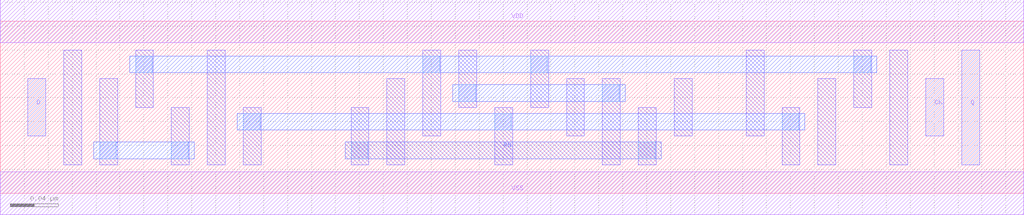
<source format=lef>
VERSION 5.8 ;
BUSBITCHARS "[]" ;
DIVIDERCHAR "/" ;
CLEARANCEMEASURE EUCLIDEAN ;

SITE coresite
    SIZE 0.0450 BY 0.1440 ;
    CLASS CORE ;
    SYMMETRY Y ;
END coresite

MACRO OAI22_X2_6T_2F_45CPP_24M0P_30M1P_24M2P_2MPO_ET_M0
  CLASS CORE ;
  ORIGIN 0 0 ;
  FOREIGN OAI22_X2_6T_2F_45CPP_24M0P_30M1P_24M2P_2MPO_ET_M0 0 0 ;
  SIZE 0.4950 BY 0.1440 ;
  SYMMETRY X Y ;
  SITE coresite ;
  PIN A1
    DIRECTION INPUT ;
    USE SIGNAL ;
    PORT
      LAYER M1 ;
        RECT 0.2925 0.1200 0.3075 0.0480 ;
    END
  END A1
  PIN ZN
    DIRECTION OUTPUT ;
    USE SIGNAL ;
    PORT
      LAYER M2 ;
        RECT 0.1980 0.0290 0.4320 0.0430 ;
    END
  END ZN
  PIN A2
    DIRECTION INPUT ;
    USE SIGNAL ;
    PORT
      LAYER M1 ;
        RECT 0.4425 0.1200 0.4575 0.0480 ;
    END
  END A2
  PIN B1
    DIRECTION INPUT ;
    USE SIGNAL ;
    PORT
      LAYER M1 ;
        RECT 0.1425 0.0960 0.1575 0.0480 ;
    END
  END B1
  PIN B2
    DIRECTION INPUT ;
    USE SIGNAL ;
    PORT
      LAYER M1 ;
        RECT 0.0525 0.0960 0.0675 0.0480 ;
    END
  END B2
  PIN VDD
    DIRECTION INOUT ;
    USE POWER ;
    SHAPE ABUTMENT ;
    PORT
      LAYER M0 ;
        RECT 0.0000 0.1260 0.4950 0.1620 ;
    END
  END VDD
  PIN VSS
    DIRECTION INOUT ;
    USE GROUND ;
    SHAPE ABUTMENT ;
    PORT
      LAYER M0 ;
        RECT 0.0000 -0.0180 0.4950 0.0180 ;
    END
  END VSS
  OBS
      LAYER V1 ;
        RECT 0.3830 0.0770 0.3970 0.0910 ;
        RECT 0.2330 0.0770 0.2470 0.0910 ;
        RECT 0.4130 0.0290 0.4270 0.0430 ;
        RECT 0.2030 0.0290 0.2170 0.0430 ;
      LAYER M1 ;
        RECT 0.3825 0.1200 0.3975 0.0720 ;
        RECT 0.2325 0.0960 0.2475 0.0480 ;
        RECT 0.2025 0.1200 0.2175 0.0240 ;
        RECT 0.4125 0.0720 0.4275 0.0240 ;
      LAYER M2 ;
        RECT 0.2280 0.0770 0.4020 0.0910 ;
  END
END OAI22_X2_6T_2F_45CPP_24M0P_30M1P_24M2P_2MPO_ET_M0

MACRO OR3_X1_6T_2F_45CPP_24M0P_30M1P_24M2P_2MPO_ET_M0
  CLASS CORE ;
  ORIGIN 0 0 ;
  FOREIGN OR3_X1_6T_2F_45CPP_24M0P_30M1P_24M2P_2MPO_ET_M0 0 0 ;
  SIZE 0.2250 BY 0.1440 ;
  SYMMETRY X Y ;
  SITE coresite ;
  PIN Z
    DIRECTION OUTPUT ;
    USE SIGNAL ;
    PORT
      LAYER M1 ;
        RECT 0.1725 0.0960 0.1875 0.0240 ;
    END
  END Z
  PIN A1
    DIRECTION INPUT ;
    USE SIGNAL ;
    PORT
      LAYER M1 ;
        RECT 0.0225 0.0720 0.0375 0.0240 ;
    END
  END A1
  PIN A2
    DIRECTION INPUT ;
    USE SIGNAL ;
    PORT
      LAYER M1 ;
        RECT 0.0825 0.0960 0.0975 0.0480 ;
    END
  END A2
  PIN A3
    DIRECTION INPUT ;
    USE SIGNAL ;
    PORT
      LAYER M1 ;
        RECT 0.1125 0.0720 0.1275 0.0240 ;
    END
  END A3
  PIN VDD
    DIRECTION INOUT ;
    USE POWER ;
    SHAPE ABUTMENT ;
    PORT
      LAYER M0 ;
        RECT 0.0000 0.1260 0.2250 0.1620 ;
    END
  END VDD
  PIN VSS
    DIRECTION INOUT ;
    USE GROUND ;
    SHAPE ABUTMENT ;
    PORT
      LAYER M0 ;
        RECT 0.0000 -0.0180 0.2250 0.0180 ;
    END
  END VSS
END OR3_X1_6T_2F_45CPP_24M0P_30M1P_24M2P_2MPO_ET_M0

MACRO NOR4_X2_6T_2F_45CPP_24M0P_30M1P_24M2P_2MPO_ET_M0
  CLASS CORE ;
  ORIGIN 0 0 ;
  FOREIGN NOR4_X2_6T_2F_45CPP_24M0P_30M1P_24M2P_2MPO_ET_M0 0 0 ;
  SIZE 0.4950 BY 0.1440 ;
  SYMMETRY X Y ;
  SITE coresite ;
  PIN A4
    DIRECTION INPUT ;
    USE SIGNAL ;
    PORT
      LAYER M1 ;
        RECT 0.4425 0.0720 0.4575 0.0240 ;
    END
  END A4
  PIN A3
    DIRECTION INPUT ;
    USE SIGNAL ;
    PORT
      LAYER M1 ;
        RECT 0.2625 0.0720 0.2775 0.0240 ;
    END
  END A3
  PIN A2
    DIRECTION INPUT ;
    USE SIGNAL ;
    PORT
      LAYER M1 ;
        RECT 0.2025 0.0720 0.2175 0.0240 ;
    END
  END A2
  PIN A1
    DIRECTION INPUT ;
    USE SIGNAL ;
    PORT
      LAYER M1 ;
        RECT 0.0825 0.0720 0.0975 0.0240 ;
    END
  END A1
  PIN ZN
    DIRECTION OUTPUT ;
    USE SIGNAL ;
    PORT
      LAYER M1 ;
        RECT 0.0525 0.0960 0.0675 0.0480 ;
    END
  END ZN
  PIN VDD
    DIRECTION INOUT ;
    USE POWER ;
    SHAPE ABUTMENT ;
    PORT
      LAYER M0 ;
        RECT 0.0000 0.1260 0.4950 0.1620 ;
    END
  END VDD
  PIN VSS
    DIRECTION INOUT ;
    USE GROUND ;
    SHAPE ABUTMENT ;
    PORT
      LAYER M0 ;
        RECT 0.0000 -0.0180 0.4950 0.0180 ;
    END
  END VSS
END NOR4_X2_6T_2F_45CPP_24M0P_30M1P_24M2P_2MPO_ET_M0

MACRO NAND2_X1_6T_2F_45CPP_24M0P_30M1P_24M2P_2MPO_ET_M0
  CLASS CORE ;
  ORIGIN 0 0 ;
  FOREIGN NAND2_X1_6T_2F_45CPP_24M0P_30M1P_24M2P_2MPO_ET_M0 0 0 ;
  SIZE 0.1350 BY 0.1440 ;
  SYMMETRY X Y ;
  SITE coresite ;
  PIN ZN
    DIRECTION OUTPUT ;
    USE SIGNAL ;
    PORT
      LAYER M1 ;
        RECT 0.0825 0.0960 0.0975 0.0480 ;
    END
  END ZN
  PIN A1
    DIRECTION INPUT ;
    USE SIGNAL ;
    PORT
      LAYER M1 ;
        RECT 0.1125 0.0720 0.1275 0.0240 ;
    END
  END A1
  PIN A2
    DIRECTION INPUT ;
    USE SIGNAL ;
    PORT
      LAYER M1 ;
        RECT 0.0225 0.0720 0.0375 0.0240 ;
    END
  END A2
  PIN VDD
    DIRECTION INOUT ;
    USE POWER ;
    SHAPE ABUTMENT ;
    PORT
      LAYER M0 ;
        RECT 0.0000 0.1260 0.1350 0.1620 ;
    END
  END VDD
  PIN VSS
    DIRECTION INOUT ;
    USE GROUND ;
    SHAPE ABUTMENT ;
    PORT
      LAYER M0 ;
        RECT 0.0000 -0.0180 0.1350 0.0180 ;
    END
  END VSS
END NAND2_X1_6T_2F_45CPP_24M0P_30M1P_24M2P_2MPO_ET_M0

MACRO AOI22_X1_6T_2F_45CPP_24M0P_30M1P_24M2P_2MPO_ET_M0
  CLASS CORE ;
  ORIGIN 0 0 ;
  FOREIGN AOI22_X1_6T_2F_45CPP_24M0P_30M1P_24M2P_2MPO_ET_M0 0 0 ;
  SIZE 0.2250 BY 0.1440 ;
  SYMMETRY X Y ;
  SITE coresite ;
  PIN A2
    DIRECTION INPUT ;
    USE SIGNAL ;
    PORT
      LAYER M1 ;
        RECT 0.1725 0.0720 0.1875 0.0240 ;
    END
  END A2
  PIN A1
    DIRECTION INPUT ;
    USE SIGNAL ;
    PORT
      LAYER M1 ;
        RECT 0.1425 0.0720 0.1575 0.0240 ;
    END
  END A1
  PIN ZN
    DIRECTION OUTPUT ;
    USE SIGNAL ;
    PORT
      LAYER M1 ;
        RECT 0.1125 0.0960 0.1275 0.0240 ;
    END
  END ZN
  PIN B1
    DIRECTION INPUT ;
    USE SIGNAL ;
    PORT
      LAYER M1 ;
        RECT 0.0825 0.0960 0.0975 0.0480 ;
    END
  END B1
  PIN B2
    DIRECTION INPUT ;
    USE SIGNAL ;
    PORT
      LAYER M1 ;
        RECT 0.0225 0.0720 0.0375 0.0240 ;
    END
  END B2
  PIN VDD
    DIRECTION INOUT ;
    USE POWER ;
    SHAPE ABUTMENT ;
    PORT
      LAYER M0 ;
        RECT 0.0000 0.1260 0.2250 0.1620 ;
    END
  END VDD
  PIN VSS
    DIRECTION INOUT ;
    USE GROUND ;
    SHAPE ABUTMENT ;
    PORT
      LAYER M0 ;
        RECT 0.0000 -0.0180 0.2250 0.0180 ;
    END
  END VSS
END AOI22_X1_6T_2F_45CPP_24M0P_30M1P_24M2P_2MPO_ET_M0

MACRO BUF_X2_6T_2F_45CPP_24M0P_30M1P_24M2P_2MPO_ET_M0
  CLASS CORE ;
  ORIGIN 0 0 ;
  FOREIGN BUF_X2_6T_2F_45CPP_24M0P_30M1P_24M2P_2MPO_ET_M0 0 0 ;
  SIZE 0.1800 BY 0.1440 ;
  SYMMETRY X Y ;
  SITE coresite ;
  PIN Z
    DIRECTION OUTPUT ;
    USE SIGNAL ;
    PORT
      LAYER M1 ;
        RECT 0.0825 0.0960 0.0975 0.0240 ;
    END
  END Z
  PIN I
    DIRECTION INPUT ;
    USE SIGNAL ;
    PORT
      LAYER M1 ;
        RECT 0.0225 0.0720 0.0375 0.0240 ;
    END
  END I
  PIN VDD
    DIRECTION INOUT ;
    USE POWER ;
    SHAPE ABUTMENT ;
    PORT
      LAYER M0 ;
        RECT 0.0000 0.1260 0.1800 0.1620 ;
    END
  END VDD
  PIN VSS
    DIRECTION INOUT ;
    USE GROUND ;
    SHAPE ABUTMENT ;
    PORT
      LAYER M0 ;
        RECT 0.0000 -0.0180 0.1800 0.0180 ;
    END
  END VSS
END BUF_X2_6T_2F_45CPP_24M0P_30M1P_24M2P_2MPO_ET_M0

MACRO NOR2_X2_6T_2F_45CPP_24M0P_30M1P_24M2P_2MPO_ET_M0
  CLASS CORE ;
  ORIGIN 0 0 ;
  FOREIGN NOR2_X2_6T_2F_45CPP_24M0P_30M1P_24M2P_2MPO_ET_M0 0 0 ;
  SIZE 0.2250 BY 0.1440 ;
  SYMMETRY X Y ;
  SITE coresite ;
  PIN A2
    DIRECTION INPUT ;
    USE SIGNAL ;
    PORT
      LAYER M1 ;
        RECT 0.1425 0.0960 0.1575 0.0480 ;
    END
  END A2
  PIN A1
    DIRECTION INPUT ;
    USE SIGNAL ;
    PORT
      LAYER M1 ;
        RECT 0.0525 0.0720 0.0675 0.0240 ;
    END
  END A1
  PIN ZN
    DIRECTION OUTPUT ;
    USE SIGNAL ;
    PORT
      LAYER M1 ;
        RECT 0.0825 0.0960 0.0975 0.0480 ;
    END
  END ZN
  PIN VDD
    DIRECTION INOUT ;
    USE POWER ;
    SHAPE ABUTMENT ;
    PORT
      LAYER M0 ;
        RECT 0.0000 0.1260 0.2250 0.1620 ;
    END
  END VDD
  PIN VSS
    DIRECTION INOUT ;
    USE GROUND ;
    SHAPE ABUTMENT ;
    PORT
      LAYER M0 ;
        RECT 0.0000 -0.0180 0.2250 0.0180 ;
    END
  END VSS
END NOR2_X2_6T_2F_45CPP_24M0P_30M1P_24M2P_2MPO_ET_M0

MACRO NAND4_X1_6T_2F_45CPP_24M0P_30M1P_24M2P_2MPO_ET_M0
  CLASS CORE ;
  ORIGIN 0 0 ;
  FOREIGN NAND4_X1_6T_2F_45CPP_24M0P_30M1P_24M2P_2MPO_ET_M0 0 0 ;
  SIZE 0.2250 BY 0.1440 ;
  SYMMETRY X Y ;
  SITE coresite ;
  PIN ZN
    DIRECTION OUTPUT ;
    USE SIGNAL ;
    PORT
      LAYER M1 ;
        RECT 0.1725 0.0960 0.1875 0.0480 ;
    END
  END ZN
  PIN A1
    DIRECTION INPUT ;
    USE SIGNAL ;
    PORT
      LAYER M1 ;
        RECT 0.2025 0.0720 0.2175 0.0240 ;
    END
  END A1
  PIN A2
    DIRECTION INPUT ;
    USE SIGNAL ;
    PORT
      LAYER M1 ;
        RECT 0.1125 0.0720 0.1275 0.0240 ;
    END
  END A2
  PIN A3
    DIRECTION INPUT ;
    USE SIGNAL ;
    PORT
      LAYER M1 ;
        RECT 0.0825 0.0960 0.0975 0.0480 ;
    END
  END A3
  PIN A4
    DIRECTION INPUT ;
    USE SIGNAL ;
    PORT
      LAYER M1 ;
        RECT 0.0225 0.0720 0.0375 0.0240 ;
    END
  END A4
  PIN VDD
    DIRECTION INOUT ;
    USE POWER ;
    SHAPE ABUTMENT ;
    PORT
      LAYER M0 ;
        RECT 0.0000 0.1260 0.2250 0.1620 ;
    END
  END VDD
  PIN VSS
    DIRECTION INOUT ;
    USE GROUND ;
    SHAPE ABUTMENT ;
    PORT
      LAYER M0 ;
        RECT 0.0000 -0.0180 0.2250 0.0180 ;
    END
  END VSS
END NAND4_X1_6T_2F_45CPP_24M0P_30M1P_24M2P_2MPO_ET_M0

MACRO AND3_X1_6T_2F_45CPP_24M0P_30M1P_24M2P_2MPO_ET_M0
  CLASS CORE ;
  ORIGIN 0 0 ;
  FOREIGN AND3_X1_6T_2F_45CPP_24M0P_30M1P_24M2P_2MPO_ET_M0 0 0 ;
  SIZE 0.2250 BY 0.1440 ;
  SYMMETRY X Y ;
  SITE coresite ;
  PIN Z
    DIRECTION OUTPUT ;
    USE SIGNAL ;
    PORT
      LAYER M1 ;
        RECT 0.0225 0.0960 0.0375 0.0240 ;
    END
  END Z
  PIN A1
    DIRECTION INPUT ;
    USE SIGNAL ;
    PORT
      LAYER M1 ;
        RECT 0.2025 0.0720 0.2175 0.0240 ;
    END
  END A1
  PIN A2
    DIRECTION INPUT ;
    USE SIGNAL ;
    PORT
      LAYER M1 ;
        RECT 0.1125 0.0720 0.1275 0.0240 ;
    END
  END A2
  PIN A3
    DIRECTION INPUT ;
    USE SIGNAL ;
    PORT
      LAYER M1 ;
        RECT 0.0825 0.0720 0.0975 0.0240 ;
    END
  END A3
  PIN VDD
    DIRECTION INOUT ;
    USE POWER ;
    SHAPE ABUTMENT ;
    PORT
      LAYER M0 ;
        RECT 0.0000 0.1260 0.2250 0.1620 ;
    END
  END VDD
  PIN VSS
    DIRECTION INOUT ;
    USE GROUND ;
    SHAPE ABUTMENT ;
    PORT
      LAYER M0 ;
        RECT 0.0000 -0.0180 0.2250 0.0180 ;
    END
  END VSS
  OBS
      LAYER M1 ;
        RECT 0.1725 0.1200 0.1875 0.0480 ;
  END
END AND3_X1_6T_2F_45CPP_24M0P_30M1P_24M2P_2MPO_ET_M0

MACRO MUX2_X1_6T_2F_45CPP_24M0P_30M1P_24M2P_2MPO_ET_M0
  CLASS CORE ;
  ORIGIN 0 0 ;
  FOREIGN MUX2_X1_6T_2F_45CPP_24M0P_30M1P_24M2P_2MPO_ET_M0 0 0 ;
  SIZE 0.3600 BY 0.1440 ;
  SYMMETRY X Y ;
  SITE coresite ;
  PIN Z
    DIRECTION OUTPUT ;
    USE SIGNAL ;
    PORT
      LAYER M1 ;
        RECT 0.0225 0.0960 0.0375 0.0240 ;
    END
  END Z
  PIN I0
    DIRECTION INPUT ;
    USE SIGNAL ;
    PORT
      LAYER M1 ;
        RECT 0.2025 0.0960 0.2175 0.0240 ;
    END
  END I0
  PIN I1
    DIRECTION INPUT ;
    USE SIGNAL ;
    PORT
      LAYER M1 ;
        RECT 0.0825 0.0960 0.0975 0.0240 ;
    END
  END I1
  PIN S
    DIRECTION INPUT ;
    USE SIGNAL ;
    PORT
      LAYER M1 ;
        RECT 0.2925 0.0960 0.3075 0.0480 ;
    END
  END S
  PIN VDD
    DIRECTION INOUT ;
    USE POWER ;
    SHAPE ABUTMENT ;
    PORT
      LAYER M0 ;
        RECT 0.0000 0.1260 0.3600 0.1620 ;
    END
  END VDD
  PIN VSS
    DIRECTION INOUT ;
    USE GROUND ;
    SHAPE ABUTMENT ;
    PORT
      LAYER M0 ;
        RECT 0.0000 -0.0180 0.3600 0.0180 ;
    END
  END VSS
  OBS
      LAYER V1 ;
        RECT 0.3230 0.0290 0.3370 0.0430 ;
        RECT 0.1130 0.0290 0.1270 0.0430 ;
      LAYER M1 ;
        RECT 0.2625 0.1200 0.2775 0.0240 ;
        RECT 0.1425 0.0960 0.1575 0.0240 ;
        RECT 0.3225 0.0720 0.3375 0.0240 ;
        RECT 0.1125 0.0720 0.1275 0.0240 ;
      LAYER M2 ;
        RECT 0.1080 0.0290 0.3420 0.0430 ;
  END
END MUX2_X1_6T_2F_45CPP_24M0P_30M1P_24M2P_2MPO_ET_M0

MACRO AOI21_X2_6T_2F_45CPP_24M0P_30M1P_24M2P_2MPO_ET_M0
  CLASS CORE ;
  ORIGIN 0 0 ;
  FOREIGN AOI21_X2_6T_2F_45CPP_24M0P_30M1P_24M2P_2MPO_ET_M0 0 0 ;
  SIZE 0.4050 BY 0.1440 ;
  SYMMETRY X Y ;
  SITE coresite ;
  PIN A1
    DIRECTION INPUT ;
    USE SIGNAL ;
    PORT
      LAYER M1 ;
        RECT 0.3225 0.0960 0.3375 0.0480 ;
    END
  END A1
  PIN A2
    DIRECTION INPUT ;
    USE SIGNAL ;
    PORT
      LAYER M1 ;
        RECT 0.0525 0.0960 0.0675 0.0240 ;
    END
  END A2
  PIN ZN
    DIRECTION OUTPUT ;
    USE SIGNAL ;
    PORT
      LAYER M2 ;
        RECT 0.1080 0.0290 0.1620 0.0430 ;
    END
  END ZN
  PIN B
    DIRECTION INPUT ;
    USE SIGNAL ;
    PORT
      LAYER M1 ;
        RECT 0.2025 0.1200 0.2175 0.0720 ;
    END
  END B
  PIN VDD
    DIRECTION INOUT ;
    USE POWER ;
    SHAPE ABUTMENT ;
    PORT
      LAYER M0 ;
        RECT 0.0000 0.1260 0.4050 0.1620 ;
    END
  END VDD
  PIN VSS
    DIRECTION INOUT ;
    USE GROUND ;
    SHAPE ABUTMENT ;
    PORT
      LAYER M0 ;
        RECT 0.0000 -0.0180 0.4050 0.0180 ;
    END
  END VSS
  OBS
      LAYER V1 ;
        RECT 0.3830 0.0290 0.3970 0.0430 ;
        RECT 0.2330 0.0290 0.2470 0.0430 ;
        RECT 0.1430 0.0290 0.1570 0.0430 ;
        RECT 0.1130 0.0290 0.1270 0.0430 ;
      LAYER M1 ;
        RECT 0.2325 0.1200 0.2475 0.0240 ;
        RECT 0.3825 0.0960 0.3975 0.0240 ;
        RECT 0.3525 0.1200 0.3675 0.0240 ;
        RECT 0.1425 0.0720 0.1575 0.0240 ;
        RECT 0.1125 0.0960 0.1275 0.0240 ;
      LAYER M2 ;
        RECT 0.2280 0.0290 0.4020 0.0430 ;
  END
END AOI21_X2_6T_2F_45CPP_24M0P_30M1P_24M2P_2MPO_ET_M0

MACRO INV_X2_6T_2F_45CPP_24M0P_30M1P_24M2P_2MPO_ET_M0
  CLASS CORE ;
  ORIGIN 0 0 ;
  FOREIGN INV_X2_6T_2F_45CPP_24M0P_30M1P_24M2P_2MPO_ET_M0 0 0 ;
  SIZE 0.1350 BY 0.1440 ;
  SYMMETRY X Y ;
  SITE coresite ;
  PIN ZN
    DIRECTION OUTPUT ;
    USE SIGNAL ;
    PORT
      LAYER M1 ;
        RECT 0.0525 0.0960 0.0675 0.0240 ;
    END
  END ZN
  PIN I
    DIRECTION INPUT ;
    USE SIGNAL ;
    PORT
      LAYER M1 ;
        RECT 0.0825 0.0720 0.0975 0.0240 ;
    END
  END I
  PIN VDD
    DIRECTION INOUT ;
    USE POWER ;
    SHAPE ABUTMENT ;
    PORT
      LAYER M0 ;
        RECT 0.0000 0.1260 0.1350 0.1620 ;
    END
  END VDD
  PIN VSS
    DIRECTION INOUT ;
    USE GROUND ;
    SHAPE ABUTMENT ;
    PORT
      LAYER M0 ;
        RECT 0.0000 -0.0180 0.1350 0.0180 ;
    END
  END VSS
END INV_X2_6T_2F_45CPP_24M0P_30M1P_24M2P_2MPO_ET_M0

MACRO OR2_X1_6T_2F_45CPP_24M0P_30M1P_24M2P_2MPO_ET_M0
  CLASS CORE ;
  ORIGIN 0 0 ;
  FOREIGN OR2_X1_6T_2F_45CPP_24M0P_30M1P_24M2P_2MPO_ET_M0 0 0 ;
  SIZE 0.1800 BY 0.1440 ;
  SYMMETRY X Y ;
  SITE coresite ;
  PIN Z
    DIRECTION OUTPUT ;
    USE SIGNAL ;
    PORT
      LAYER M1 ;
        RECT 0.1425 0.0960 0.1575 0.0240 ;
    END
  END Z
  PIN A1
    DIRECTION INPUT ;
    USE SIGNAL ;
    PORT
      LAYER M1 ;
        RECT 0.0225 0.0720 0.0375 0.0240 ;
    END
  END A1
  PIN A2
    DIRECTION INPUT ;
    USE SIGNAL ;
    PORT
      LAYER M1 ;
        RECT 0.0825 0.0720 0.0975 0.0240 ;
    END
  END A2
  PIN VDD
    DIRECTION INOUT ;
    USE POWER ;
    SHAPE ABUTMENT ;
    PORT
      LAYER M0 ;
        RECT 0.0000 0.1260 0.1800 0.1620 ;
    END
  END VDD
  PIN VSS
    DIRECTION INOUT ;
    USE GROUND ;
    SHAPE ABUTMENT ;
    PORT
      LAYER M0 ;
        RECT 0.0000 -0.0180 0.1800 0.0180 ;
    END
  END VSS
END OR2_X1_6T_2F_45CPP_24M0P_30M1P_24M2P_2MPO_ET_M0

MACRO DFFRNQ_X1_6T_2F_45CPP_24M0P_30M1P_24M2P_2MPO_ET_M0
  CLASS CORE ;
  ORIGIN 0 0 ;
  FOREIGN DFFRNQ_X1_6T_2F_45CPP_24M0P_30M1P_24M2P_2MPO_ET_M0 0 0 ;
  SIZE 0.8550 BY 0.1440 ;
  SYMMETRY X Y ;
  SITE coresite ;
  PIN Q
    DIRECTION OUTPUT ;
    USE SIGNAL ;
    PORT
      LAYER M1 ;
        RECT 0.8025 0.1200 0.8175 0.0240 ;
    END
  END Q
  PIN RN
    DIRECTION INPUT ;
    USE SIGNAL ;
    PORT
      LAYER M2 ;
        RECT 0.2880 0.0290 0.5520 0.0430 ;
    END
  END RN
  PIN D
    DIRECTION INPUT ;
    USE SIGNAL ;
    PORT
      LAYER M1 ;
        RECT 0.0225 0.0960 0.0375 0.0480 ;
    END
  END D
  PIN CK
    DIRECTION INPUT ;
    USE SIGNAL ;
    PORT
      LAYER M1 ;
        RECT 0.7725 0.0960 0.7875 0.0480 ;
    END
  END CK
  PIN VDD
    DIRECTION INOUT ;
    USE POWER ;
    SHAPE ABUTMENT ;
    PORT
      LAYER M0 ;
        RECT 0.0000 0.1260 0.8550 0.1620 ;
    END
  END VDD
  PIN VSS
    DIRECTION INOUT ;
    USE GROUND ;
    SHAPE ABUTMENT ;
    PORT
      LAYER M0 ;
        RECT 0.0000 -0.0180 0.8550 0.0180 ;
    END
  END VSS
  OBS
      LAYER V1 ;
        RECT 0.1430 0.0290 0.1570 0.0430 ;
        RECT 0.0830 0.0290 0.0970 0.0430 ;
        RECT 0.6530 0.0530 0.6670 0.0670 ;
        RECT 0.4130 0.0530 0.4270 0.0670 ;
        RECT 0.2030 0.0530 0.2170 0.0670 ;
        RECT 0.5030 0.0770 0.5170 0.0910 ;
        RECT 0.3830 0.0770 0.3970 0.0910 ;
        RECT 0.7130 0.1010 0.7270 0.1150 ;
        RECT 0.4430 0.1010 0.4570 0.1150 ;
        RECT 0.3530 0.1010 0.3670 0.1150 ;
        RECT 0.1130 0.1010 0.1270 0.1150 ;
        RECT 0.5330 0.0290 0.5470 0.0430 ;
        RECT 0.2930 0.0290 0.3070 0.0430 ;
      LAYER M1 ;
        RECT 0.0825 0.0960 0.0975 0.0240 ;
        RECT 0.7425 0.1200 0.7575 0.0240 ;
        RECT 0.1725 0.1200 0.1875 0.0240 ;
        RECT 0.5025 0.0960 0.5175 0.0240 ;
        RECT 0.4725 0.0960 0.4875 0.0480 ;
        RECT 0.3825 0.1200 0.3975 0.0720 ;
        RECT 0.3525 0.1200 0.3675 0.0480 ;
        RECT 0.4125 0.0720 0.4275 0.0240 ;
        RECT 0.0525 0.1200 0.0675 0.0240 ;
        RECT 0.4425 0.1200 0.4575 0.0720 ;
        RECT 0.3225 0.0960 0.3375 0.0240 ;
        RECT 0.6825 0.0960 0.6975 0.0240 ;
        RECT 0.2025 0.0720 0.2175 0.0240 ;
        RECT 0.1425 0.0720 0.1575 0.0240 ;
        RECT 0.1125 0.1200 0.1275 0.0720 ;
        RECT 0.6225 0.1200 0.6375 0.0480 ;
        RECT 0.7125 0.1200 0.7275 0.0720 ;
        RECT 0.6525 0.0720 0.6675 0.0240 ;
        RECT 0.5325 0.0720 0.5475 0.0240 ;
        RECT 0.2925 0.0720 0.3075 0.0240 ;
        RECT 0.5625 0.0960 0.5775 0.0480 ;
      LAYER M2 ;
        RECT 0.1080 0.1010 0.7320 0.1150 ;
        RECT 0.1980 0.0530 0.6720 0.0670 ;
        RECT 0.3780 0.0770 0.5220 0.0910 ;
        RECT 0.0780 0.0290 0.1620 0.0430 ;
  END
END DFFRNQ_X1_6T_2F_45CPP_24M0P_30M1P_24M2P_2MPO_ET_M0

MACRO OAI21_X1_6T_2F_45CPP_24M0P_30M1P_24M2P_2MPO_ET_M0
  CLASS CORE ;
  ORIGIN 0 0 ;
  FOREIGN OAI21_X1_6T_2F_45CPP_24M0P_30M1P_24M2P_2MPO_ET_M0 0 0 ;
  SIZE 0.1800 BY 0.1440 ;
  SYMMETRY X Y ;
  SITE coresite ;
  PIN B
    DIRECTION INPUT ;
    USE SIGNAL ;
    PORT
      LAYER M1 ;
        RECT 0.1425 0.0720 0.1575 0.0240 ;
    END
  END B
  PIN A1
    DIRECTION INPUT ;
    USE SIGNAL ;
    PORT
      LAYER M1 ;
        RECT 0.1125 0.0960 0.1275 0.0480 ;
    END
  END A1
  PIN ZN
    DIRECTION OUTPUT ;
    USE SIGNAL ;
    PORT
      LAYER M1 ;
        RECT 0.0825 0.1200 0.0975 0.0240 ;
    END
  END ZN
  PIN A2
    DIRECTION INPUT ;
    USE SIGNAL ;
    PORT
      LAYER M1 ;
        RECT 0.0225 0.0960 0.0375 0.0480 ;
    END
  END A2
  PIN VDD
    DIRECTION INOUT ;
    USE POWER ;
    SHAPE ABUTMENT ;
    PORT
      LAYER M0 ;
        RECT 0.0000 0.1260 0.1800 0.1620 ;
    END
  END VDD
  PIN VSS
    DIRECTION INOUT ;
    USE GROUND ;
    SHAPE ABUTMENT ;
    PORT
      LAYER M0 ;
        RECT 0.0000 -0.0180 0.1800 0.0180 ;
    END
  END VSS
END OAI21_X1_6T_2F_45CPP_24M0P_30M1P_24M2P_2MPO_ET_M0

MACRO NAND3_X1_6T_2F_45CPP_24M0P_30M1P_24M2P_2MPO_ET_M0
  CLASS CORE ;
  ORIGIN 0 0 ;
  FOREIGN NAND3_X1_6T_2F_45CPP_24M0P_30M1P_24M2P_2MPO_ET_M0 0 0 ;
  SIZE 0.1800 BY 0.1440 ;
  SYMMETRY X Y ;
  SITE coresite ;
  PIN ZN
    DIRECTION OUTPUT ;
    USE SIGNAL ;
    PORT
      LAYER M1 ;
        RECT 0.1425 0.0960 0.1575 0.0240 ;
    END
  END ZN
  PIN A1
    DIRECTION INPUT ;
    USE SIGNAL ;
    PORT
      LAYER M1 ;
        RECT 0.1125 0.1200 0.1275 0.0720 ;
    END
  END A1
  PIN A2
    DIRECTION INPUT ;
    USE SIGNAL ;
    PORT
      LAYER M1 ;
        RECT 0.0825 0.0720 0.0975 0.0240 ;
    END
  END A2
  PIN A3
    DIRECTION INPUT ;
    USE SIGNAL ;
    PORT
      LAYER M1 ;
        RECT 0.0225 0.0720 0.0375 0.0240 ;
    END
  END A3
  PIN VDD
    DIRECTION INOUT ;
    USE POWER ;
    SHAPE ABUTMENT ;
    PORT
      LAYER M0 ;
        RECT 0.0000 0.1260 0.1800 0.1620 ;
    END
  END VDD
  PIN VSS
    DIRECTION INOUT ;
    USE GROUND ;
    SHAPE ABUTMENT ;
    PORT
      LAYER M0 ;
        RECT 0.0000 -0.0180 0.1800 0.0180 ;
    END
  END VSS
END NAND3_X1_6T_2F_45CPP_24M0P_30M1P_24M2P_2MPO_ET_M0

MACRO NOR3_X2_6T_2F_45CPP_24M0P_30M1P_24M2P_2MPO_ET_M0
  CLASS CORE ;
  ORIGIN 0 0 ;
  FOREIGN NOR3_X2_6T_2F_45CPP_24M0P_30M1P_24M2P_2MPO_ET_M0 0 0 ;
  SIZE 0.3600 BY 0.1440 ;
  SYMMETRY X Y ;
  SITE coresite ;
  PIN A3
    DIRECTION INPUT ;
    USE SIGNAL ;
    PORT
      LAYER M1 ;
        RECT 0.2625 0.0960 0.2775 0.0480 ;
    END
  END A3
  PIN A2
    DIRECTION INPUT ;
    USE SIGNAL ;
    PORT
      LAYER M1 ;
        RECT 0.1725 0.0960 0.1875 0.0480 ;
    END
  END A2
  PIN A1
    DIRECTION INPUT ;
    USE SIGNAL ;
    PORT
      LAYER M1 ;
        RECT 0.0825 0.0720 0.0975 0.0240 ;
    END
  END A1
  PIN ZN
    DIRECTION OUTPUT ;
    USE SIGNAL ;
    PORT
      LAYER M1 ;
        RECT 0.0525 0.0960 0.0675 0.0240 ;
    END
  END ZN
  PIN VDD
    DIRECTION INOUT ;
    USE POWER ;
    SHAPE ABUTMENT ;
    PORT
      LAYER M0 ;
        RECT 0.0000 0.1260 0.3600 0.1620 ;
    END
  END VDD
  PIN VSS
    DIRECTION INOUT ;
    USE GROUND ;
    SHAPE ABUTMENT ;
    PORT
      LAYER M0 ;
        RECT 0.0000 -0.0180 0.3600 0.0180 ;
    END
  END VSS
END NOR3_X2_6T_2F_45CPP_24M0P_30M1P_24M2P_2MPO_ET_M0

MACRO AND2_X1_6T_2F_45CPP_24M0P_30M1P_24M2P_2MPO_ET_M0
  CLASS CORE ;
  ORIGIN 0 0 ;
  FOREIGN AND2_X1_6T_2F_45CPP_24M0P_30M1P_24M2P_2MPO_ET_M0 0 0 ;
  SIZE 0.1800 BY 0.1440 ;
  SYMMETRY X Y ;
  SITE coresite ;
  PIN Z
    DIRECTION OUTPUT ;
    USE SIGNAL ;
    PORT
      LAYER M1 ;
        RECT 0.1425 0.0960 0.1575 0.0240 ;
    END
  END Z
  PIN A1
    DIRECTION INPUT ;
    USE SIGNAL ;
    PORT
      LAYER M1 ;
        RECT 0.0225 0.0720 0.0375 0.0240 ;
    END
  END A1
  PIN A2
    DIRECTION INPUT ;
    USE SIGNAL ;
    PORT
      LAYER M1 ;
        RECT 0.0825 0.0720 0.0975 0.0240 ;
    END
  END A2
  PIN VDD
    DIRECTION INOUT ;
    USE POWER ;
    SHAPE ABUTMENT ;
    PORT
      LAYER M0 ;
        RECT 0.0000 0.1260 0.1800 0.1620 ;
    END
  END VDD
  PIN VSS
    DIRECTION INOUT ;
    USE GROUND ;
    SHAPE ABUTMENT ;
    PORT
      LAYER M0 ;
        RECT 0.0000 -0.0180 0.1800 0.0180 ;
    END
  END VSS
END AND2_X1_6T_2F_45CPP_24M0P_30M1P_24M2P_2MPO_ET_M0

MACRO XOR2_X1_6T_2F_45CPP_24M0P_30M1P_24M2P_2MPO_ET_M0
  CLASS CORE ;
  ORIGIN 0 0 ;
  FOREIGN XOR2_X1_6T_2F_45CPP_24M0P_30M1P_24M2P_2MPO_ET_M0 0 0 ;
  SIZE 0.2700 BY 0.1440 ;
  SYMMETRY X Y ;
  SITE coresite ;
  PIN Z
    DIRECTION OUTPUT ;
    USE SIGNAL ;
    PORT
      LAYER M1 ;
        RECT 0.1725 0.0960 0.1875 0.0480 ;
    END
  END Z
  PIN A1
    DIRECTION INPUT ;
    USE SIGNAL ;
    PORT
      LAYER M1 ;
        RECT 0.1425 0.0960 0.1575 0.0240 ;
    END
  END A1
  PIN A2
    DIRECTION INPUT ;
    USE SIGNAL ;
    PORT
      LAYER M2 ;
        RECT 0.1080 0.0290 0.2520 0.0430 ;
    END
  END A2
  PIN VDD
    DIRECTION INOUT ;
    USE POWER ;
    SHAPE ABUTMENT ;
    PORT
      LAYER M0 ;
        RECT 0.0000 0.1260 0.2700 0.1620 ;
    END
  END VDD
  PIN VSS
    DIRECTION INOUT ;
    USE GROUND ;
    SHAPE ABUTMENT ;
    PORT
      LAYER M0 ;
        RECT 0.0000 -0.0180 0.2700 0.0180 ;
    END
  END VSS
  OBS
      LAYER V1 ;
        RECT 0.2330 0.0290 0.2470 0.0430 ;
        RECT 0.1130 0.0290 0.1270 0.0430 ;
      LAYER M1 ;
        RECT 0.0825 0.0960 0.0975 0.0480 ;
        RECT 0.1125 0.1200 0.1275 0.0240 ;
        RECT 0.2325 0.0720 0.2475 0.0240 ;
  END
END XOR2_X1_6T_2F_45CPP_24M0P_30M1P_24M2P_2MPO_ET_M0

MACRO BUF_X1_6T_2F_45CPP_24M0P_30M1P_24M2P_2MPO_ET_M0
  CLASS CORE ;
  ORIGIN 0 0 ;
  FOREIGN BUF_X1_6T_2F_45CPP_24M0P_30M1P_24M2P_2MPO_ET_M0 0 0 ;
  SIZE 0.1350 BY 0.1440 ;
  SYMMETRY X Y ;
  SITE coresite ;
  PIN Z
    DIRECTION OUTPUT ;
    USE SIGNAL ;
    PORT
      LAYER M1 ;
        RECT 0.0825 0.0960 0.0975 0.0240 ;
    END
  END Z
  PIN I
    DIRECTION INPUT ;
    USE SIGNAL ;
    PORT
      LAYER M1 ;
        RECT 0.0225 0.0720 0.0375 0.0240 ;
    END
  END I
  PIN VDD
    DIRECTION INOUT ;
    USE POWER ;
    SHAPE ABUTMENT ;
    PORT
      LAYER M0 ;
        RECT 0.0000 0.1260 0.1350 0.1620 ;
    END
  END VDD
  PIN VSS
    DIRECTION INOUT ;
    USE GROUND ;
    SHAPE ABUTMENT ;
    PORT
      LAYER M0 ;
        RECT 0.0000 -0.0180 0.1350 0.0180 ;
    END
  END VSS
END BUF_X1_6T_2F_45CPP_24M0P_30M1P_24M2P_2MPO_ET_M0

MACRO LHQ_X1_6T_2F_45CPP_24M0P_30M1P_24M2P_2MPO_ET_M0
  CLASS CORE ;
  ORIGIN 0 0 ;
  FOREIGN LHQ_X1_6T_2F_45CPP_24M0P_30M1P_24M2P_2MPO_ET_M0 0 0 ;
  SIZE 0.4950 BY 0.1440 ;
  SYMMETRY X Y ;
  SITE coresite ;
  PIN Q
    DIRECTION OUTPUT ;
    USE SIGNAL ;
    PORT
      LAYER M1 ;
        RECT 0.0225 0.1200 0.0375 0.0480 ;
    END
  END Q
  PIN D
    DIRECTION INPUT ;
    USE SIGNAL ;
    PORT
      LAYER M1 ;
        RECT 0.3825 0.1200 0.3975 0.0720 ;
    END
  END D
  PIN E
    DIRECTION INPUT ;
    USE SIGNAL ;
    PORT
      LAYER M1 ;
        RECT 0.0825 0.0720 0.0975 0.0240 ;
    END
  END E
  PIN VDD
    DIRECTION INOUT ;
    USE POWER ;
    SHAPE ABUTMENT ;
    PORT
      LAYER M0 ;
        RECT 0.0000 0.1260 0.4950 0.1620 ;
    END
  END VDD
  PIN VSS
    DIRECTION INOUT ;
    USE GROUND ;
    SHAPE ABUTMENT ;
    PORT
      LAYER M0 ;
        RECT 0.0000 -0.0180 0.4950 0.0180 ;
    END
  END VSS
  OBS
      LAYER V1 ;
        RECT 0.3230 0.0290 0.3370 0.0430 ;
        RECT 0.2930 0.0290 0.3070 0.0430 ;
      LAYER M1 ;
        RECT 0.1125 0.1200 0.1275 0.0480 ;
        RECT 0.2925 0.0720 0.3075 0.0240 ;
        RECT 0.4425 0.1200 0.4575 0.0240 ;
        RECT 0.2625 0.0960 0.2775 0.0240 ;
        RECT 0.3225 0.1200 0.3375 0.0240 ;
        RECT 0.1725 0.1200 0.1875 0.0240 ;
      LAYER M2 ;
        RECT 0.2880 0.0290 0.3420 0.0430 ;
  END
END LHQ_X1_6T_2F_45CPP_24M0P_30M1P_24M2P_2MPO_ET_M0

MACRO AND3_X2_6T_2F_45CPP_24M0P_30M1P_24M2P_2MPO_ET_M0
  CLASS CORE ;
  ORIGIN 0 0 ;
  FOREIGN AND3_X2_6T_2F_45CPP_24M0P_30M1P_24M2P_2MPO_ET_M0 0 0 ;
  SIZE 0.2700 BY 0.1440 ;
  SYMMETRY X Y ;
  SITE coresite ;
  PIN Z
    DIRECTION OUTPUT ;
    USE SIGNAL ;
    PORT
      LAYER M1 ;
        RECT 0.2025 0.1200 0.2175 0.0480 ;
    END
  END Z
  PIN A3
    DIRECTION INPUT ;
    USE SIGNAL ;
    PORT
      LAYER M1 ;
        RECT 0.1425 0.0960 0.1575 0.0480 ;
    END
  END A3
  PIN A1
    DIRECTION INPUT ;
    USE SIGNAL ;
    PORT
      LAYER M1 ;
        RECT 0.0525 0.0960 0.0675 0.0480 ;
    END
  END A1
  PIN A2
    DIRECTION INPUT ;
    USE SIGNAL ;
    PORT
      LAYER M1 ;
        RECT 0.0825 0.0720 0.0975 0.0240 ;
    END
  END A2
  PIN VDD
    DIRECTION INOUT ;
    USE POWER ;
    SHAPE ABUTMENT ;
    PORT
      LAYER M0 ;
        RECT 0.0000 0.1260 0.2700 0.1620 ;
    END
  END VDD
  PIN VSS
    DIRECTION INOUT ;
    USE GROUND ;
    SHAPE ABUTMENT ;
    PORT
      LAYER M0 ;
        RECT 0.0000 -0.0180 0.2700 0.0180 ;
    END
  END VSS
  OBS
      LAYER M1 ;
        RECT 0.0225 0.0960 0.0375 0.0240 ;
  END
END AND3_X2_6T_2F_45CPP_24M0P_30M1P_24M2P_2MPO_ET_M0

MACRO NOR2_X1_6T_2F_45CPP_24M0P_30M1P_24M2P_2MPO_ET_M0
  CLASS CORE ;
  ORIGIN 0 0 ;
  FOREIGN NOR2_X1_6T_2F_45CPP_24M0P_30M1P_24M2P_2MPO_ET_M0 0 0 ;
  SIZE 0.1350 BY 0.1440 ;
  SYMMETRY X Y ;
  SITE coresite ;
  PIN A2
    DIRECTION INPUT ;
    USE SIGNAL ;
    PORT
      LAYER M1 ;
        RECT 0.0825 0.0960 0.0975 0.0480 ;
    END
  END A2
  PIN A1
    DIRECTION INPUT ;
    USE SIGNAL ;
    PORT
      LAYER M1 ;
        RECT 0.0525 0.0720 0.0675 0.0240 ;
    END
  END A1
  PIN ZN
    DIRECTION OUTPUT ;
    USE SIGNAL ;
    PORT
      LAYER M1 ;
        RECT 0.0225 0.0960 0.0375 0.0480 ;
    END
  END ZN
  PIN VDD
    DIRECTION INOUT ;
    USE POWER ;
    SHAPE ABUTMENT ;
    PORT
      LAYER M0 ;
        RECT 0.0000 0.1260 0.1350 0.1620 ;
    END
  END VDD
  PIN VSS
    DIRECTION INOUT ;
    USE GROUND ;
    SHAPE ABUTMENT ;
    PORT
      LAYER M0 ;
        RECT 0.0000 -0.0180 0.1350 0.0180 ;
    END
  END VSS
END NOR2_X1_6T_2F_45CPP_24M0P_30M1P_24M2P_2MPO_ET_M0

MACRO NAND4_X2_6T_2F_45CPP_24M0P_30M1P_24M2P_2MPO_ET_M0
  CLASS CORE ;
  ORIGIN 0 0 ;
  FOREIGN NAND4_X2_6T_2F_45CPP_24M0P_30M1P_24M2P_2MPO_ET_M0 0 0 ;
  SIZE 0.4500 BY 0.1440 ;
  SYMMETRY X Y ;
  SITE coresite ;
  PIN ZN
    DIRECTION OUTPUT ;
    USE SIGNAL ;
    PORT
      LAYER M1 ;
        RECT 0.3825 0.1200 0.3975 0.0480 ;
    END
  END ZN
  PIN A1
    DIRECTION INPUT ;
    USE SIGNAL ;
    PORT
      LAYER M1 ;
        RECT 0.3525 0.0960 0.3675 0.0480 ;
    END
  END A1
  PIN A2
    DIRECTION INPUT ;
    USE SIGNAL ;
    PORT
      LAYER M1 ;
        RECT 0.2625 0.0960 0.2775 0.0480 ;
    END
  END A2
  PIN A3
    DIRECTION INPUT ;
    USE SIGNAL ;
    PORT
      LAYER M1 ;
        RECT 0.1725 0.0960 0.1875 0.0480 ;
    END
  END A3
  PIN A4
    DIRECTION INPUT ;
    USE SIGNAL ;
    PORT
      LAYER M1 ;
        RECT 0.0825 0.0960 0.0975 0.0480 ;
    END
  END A4
  PIN VDD
    DIRECTION INOUT ;
    USE POWER ;
    SHAPE ABUTMENT ;
    PORT
      LAYER M0 ;
        RECT 0.0000 0.1260 0.4500 0.1620 ;
    END
  END VDD
  PIN VSS
    DIRECTION INOUT ;
    USE GROUND ;
    SHAPE ABUTMENT ;
    PORT
      LAYER M0 ;
        RECT 0.0000 -0.0180 0.4500 0.0180 ;
    END
  END VSS
END NAND4_X2_6T_2F_45CPP_24M0P_30M1P_24M2P_2MPO_ET_M0

MACRO NOR4_X1_6T_2F_45CPP_24M0P_30M1P_24M2P_2MPO_ET_M0
  CLASS CORE ;
  ORIGIN 0 0 ;
  FOREIGN NOR4_X1_6T_2F_45CPP_24M0P_30M1P_24M2P_2MPO_ET_M0 0 0 ;
  SIZE 0.2250 BY 0.1440 ;
  SYMMETRY X Y ;
  SITE coresite ;
  PIN A4
    DIRECTION INPUT ;
    USE SIGNAL ;
    PORT
      LAYER M1 ;
        RECT 0.1725 0.0720 0.1875 0.0240 ;
    END
  END A4
  PIN A3
    DIRECTION INPUT ;
    USE SIGNAL ;
    PORT
      LAYER M1 ;
        RECT 0.1425 0.1200 0.1575 0.0720 ;
    END
  END A3
  PIN A2
    DIRECTION INPUT ;
    USE SIGNAL ;
    PORT
      LAYER M1 ;
        RECT 0.0825 0.0720 0.0975 0.0240 ;
    END
  END A2
  PIN A1
    DIRECTION INPUT ;
    USE SIGNAL ;
    PORT
      LAYER M1 ;
        RECT 0.0225 0.0720 0.0375 0.0240 ;
    END
  END A1
  PIN ZN
    DIRECTION OUTPUT ;
    USE SIGNAL ;
    PORT
      LAYER M1 ;
        RECT 0.0525 0.0960 0.0675 0.0480 ;
    END
  END ZN
  PIN VDD
    DIRECTION INOUT ;
    USE POWER ;
    SHAPE ABUTMENT ;
    PORT
      LAYER M0 ;
        RECT 0.0000 0.1260 0.2250 0.1620 ;
    END
  END VDD
  PIN VSS
    DIRECTION INOUT ;
    USE GROUND ;
    SHAPE ABUTMENT ;
    PORT
      LAYER M0 ;
        RECT 0.0000 -0.0180 0.2250 0.0180 ;
    END
  END VSS
END NOR4_X1_6T_2F_45CPP_24M0P_30M1P_24M2P_2MPO_ET_M0

MACRO AOI22_X2_6T_2F_45CPP_24M0P_30M1P_24M2P_2MPO_ET_M0
  CLASS CORE ;
  ORIGIN 0 0 ;
  FOREIGN AOI22_X2_6T_2F_45CPP_24M0P_30M1P_24M2P_2MPO_ET_M0 0 0 ;
  SIZE 0.4950 BY 0.1440 ;
  SYMMETRY X Y ;
  SITE coresite ;
  PIN A1
    DIRECTION INPUT ;
    USE SIGNAL ;
    PORT
      LAYER M2 ;
        RECT 0.2280 0.0290 0.4020 0.0430 ;
    END
  END A1
  PIN A2
    DIRECTION INPUT ;
    USE SIGNAL ;
    PORT
      LAYER M1 ;
        RECT 0.3225 0.1200 0.3375 0.0480 ;
    END
  END A2
  PIN ZN
    DIRECTION OUTPUT ;
    USE SIGNAL ;
    PORT
      LAYER M2 ;
        RECT 0.1380 0.0530 0.4320 0.0670 ;
    END
  END ZN
  PIN B1
    DIRECTION INPUT ;
    USE SIGNAL ;
    PORT
      LAYER M1 ;
        RECT 0.1725 0.1200 0.1875 0.0720 ;
    END
  END B1
  PIN B2
    DIRECTION INPUT ;
    USE SIGNAL ;
    PORT
      LAYER M1 ;
        RECT 0.0525 0.0960 0.0675 0.0480 ;
    END
  END B2
  PIN VDD
    DIRECTION INOUT ;
    USE POWER ;
    SHAPE ABUTMENT ;
    PORT
      LAYER M0 ;
        RECT 0.0000 0.1260 0.4950 0.1620 ;
    END
  END VDD
  PIN VSS
    DIRECTION INOUT ;
    USE GROUND ;
    SHAPE ABUTMENT ;
    PORT
      LAYER M0 ;
        RECT 0.0000 -0.0180 0.4950 0.0180 ;
    END
  END VSS
  OBS
      LAYER V1 ;
        RECT 0.3830 0.0290 0.3970 0.0430 ;
        RECT 0.2330 0.0290 0.2470 0.0430 ;
        RECT 0.4130 0.0530 0.4270 0.0670 ;
        RECT 0.2930 0.0530 0.3070 0.0670 ;
        RECT 0.1430 0.0530 0.1570 0.0670 ;
      LAYER M1 ;
        RECT 0.2325 0.0720 0.2475 0.0240 ;
        RECT 0.3825 0.0960 0.3975 0.0240 ;
        RECT 0.2925 0.0960 0.3075 0.0480 ;
        RECT 0.4125 0.0960 0.4275 0.0480 ;
        RECT 0.1425 0.0960 0.1575 0.0480 ;
  END
END AOI22_X2_6T_2F_45CPP_24M0P_30M1P_24M2P_2MPO_ET_M0

MACRO NAND2_X2_6T_2F_45CPP_24M0P_30M1P_24M2P_2MPO_ET_M0
  CLASS CORE ;
  ORIGIN 0 0 ;
  FOREIGN NAND2_X2_6T_2F_45CPP_24M0P_30M1P_24M2P_2MPO_ET_M0 0 0 ;
  SIZE 0.2250 BY 0.1440 ;
  SYMMETRY X Y ;
  SITE coresite ;
  PIN A2
    DIRECTION INPUT ;
    USE SIGNAL ;
    PORT
      LAYER M1 ;
        RECT 0.0525 0.0720 0.0675 0.0240 ;
    END
  END A2
  PIN A1
    DIRECTION INPUT ;
    USE SIGNAL ;
    PORT
      LAYER M1 ;
        RECT 0.1425 0.0960 0.1575 0.0480 ;
    END
  END A1
  PIN ZN
    DIRECTION OUTPUT ;
    USE SIGNAL ;
    PORT
      LAYER M1 ;
        RECT 0.1725 0.1200 0.1875 0.0240 ;
    END
  END ZN
  PIN VDD
    DIRECTION INOUT ;
    USE POWER ;
    SHAPE ABUTMENT ;
    PORT
      LAYER M0 ;
        RECT 0.0000 0.1260 0.2250 0.1620 ;
    END
  END VDD
  PIN VSS
    DIRECTION INOUT ;
    USE GROUND ;
    SHAPE ABUTMENT ;
    PORT
      LAYER M0 ;
        RECT 0.0000 -0.0180 0.2250 0.0180 ;
    END
  END VSS
END NAND2_X2_6T_2F_45CPP_24M0P_30M1P_24M2P_2MPO_ET_M0

MACRO INV_X4_6T_2F_45CPP_24M0P_30M1P_24M2P_2MPO_ET_M0
  CLASS CORE ;
  ORIGIN 0 0 ;
  FOREIGN INV_X4_6T_2F_45CPP_24M0P_30M1P_24M2P_2MPO_ET_M0 0 0 ;
  SIZE 0.2250 BY 0.1440 ;
  SYMMETRY X Y ;
  SITE coresite ;
  PIN ZN
    DIRECTION OUTPUT ;
    USE SIGNAL ;
    PORT
      LAYER M1 ;
        RECT 0.1425 0.0960 0.1575 0.0240 ;
    END
  END ZN
  PIN I
    DIRECTION INPUT ;
    USE SIGNAL ;
    PORT
      LAYER M1 ;
        RECT 0.1725 0.1200 0.1875 0.0720 ;
    END
  END I
  PIN VDD
    DIRECTION INOUT ;
    USE POWER ;
    SHAPE ABUTMENT ;
    PORT
      LAYER M0 ;
        RECT 0.0000 0.1260 0.2250 0.1620 ;
    END
  END VDD
  PIN VSS
    DIRECTION INOUT ;
    USE GROUND ;
    SHAPE ABUTMENT ;
    PORT
      LAYER M0 ;
        RECT 0.0000 -0.0180 0.2250 0.0180 ;
    END
  END VSS
END INV_X4_6T_2F_45CPP_24M0P_30M1P_24M2P_2MPO_ET_M0

MACRO INV_X8_6T_2F_45CPP_24M0P_30M1P_24M2P_2MPO_ET_M0
  CLASS CORE ;
  ORIGIN 0 0 ;
  FOREIGN INV_X8_6T_2F_45CPP_24M0P_30M1P_24M2P_2MPO_ET_M0 0 0 ;
  SIZE 0.4050 BY 0.1440 ;
  SYMMETRY X Y ;
  SITE coresite ;
  PIN ZN
    DIRECTION OUTPUT ;
    USE SIGNAL ;
    PORT
      LAYER M1 ;
        RECT 0.1425 0.1200 0.1575 0.0480 ;
    END
  END ZN
  PIN I
    DIRECTION INPUT ;
    USE SIGNAL ;
    PORT
      LAYER M1 ;
        RECT 0.1125 0.0720 0.1275 0.0240 ;
    END
  END I
  PIN VDD
    DIRECTION INOUT ;
    USE POWER ;
    SHAPE ABUTMENT ;
    PORT
      LAYER M0 ;
        RECT 0.0000 0.1260 0.4050 0.1620 ;
    END
  END VDD
  PIN VSS
    DIRECTION INOUT ;
    USE GROUND ;
    SHAPE ABUTMENT ;
    PORT
      LAYER M0 ;
        RECT 0.0000 -0.0180 0.4050 0.0180 ;
    END
  END VSS
END INV_X8_6T_2F_45CPP_24M0P_30M1P_24M2P_2MPO_ET_M0

MACRO OAI22_X1_6T_2F_45CPP_24M0P_30M1P_24M2P_2MPO_ET_M0
  CLASS CORE ;
  ORIGIN 0 0 ;
  FOREIGN OAI22_X1_6T_2F_45CPP_24M0P_30M1P_24M2P_2MPO_ET_M0 0 0 ;
  SIZE 0.2250 BY 0.1440 ;
  SYMMETRY X Y ;
  SITE coresite ;
  PIN A2
    DIRECTION INPUT ;
    USE SIGNAL ;
    PORT
      LAYER M1 ;
        RECT 0.1725 0.0960 0.1875 0.0480 ;
    END
  END A2
  PIN ZN
    DIRECTION OUTPUT ;
    USE SIGNAL ;
    PORT
      LAYER M1 ;
        RECT 0.1425 0.1200 0.1575 0.0240 ;
    END
  END ZN
  PIN A1
    DIRECTION INPUT ;
    USE SIGNAL ;
    PORT
      LAYER M1 ;
        RECT 0.1125 0.0960 0.1275 0.0480 ;
    END
  END A1
  PIN B1
    DIRECTION INPUT ;
    USE SIGNAL ;
    PORT
      LAYER M1 ;
        RECT 0.0825 0.0720 0.0975 0.0240 ;
    END
  END B1
  PIN B2
    DIRECTION INPUT ;
    USE SIGNAL ;
    PORT
      LAYER M1 ;
        RECT 0.0225 0.0720 0.0375 0.0240 ;
    END
  END B2
  PIN VDD
    DIRECTION INOUT ;
    USE POWER ;
    SHAPE ABUTMENT ;
    PORT
      LAYER M0 ;
        RECT 0.0000 0.1260 0.2250 0.1620 ;
    END
  END VDD
  PIN VSS
    DIRECTION INOUT ;
    USE GROUND ;
    SHAPE ABUTMENT ;
    PORT
      LAYER M0 ;
        RECT 0.0000 -0.0180 0.2250 0.0180 ;
    END
  END VSS
END OAI22_X1_6T_2F_45CPP_24M0P_30M1P_24M2P_2MPO_ET_M0

MACRO OR3_X2_6T_2F_45CPP_24M0P_30M1P_24M2P_2MPO_ET_M0
  CLASS CORE ;
  ORIGIN 0 0 ;
  FOREIGN OR3_X2_6T_2F_45CPP_24M0P_30M1P_24M2P_2MPO_ET_M0 0 0 ;
  SIZE 0.2700 BY 0.1440 ;
  SYMMETRY X Y ;
  SITE coresite ;
  PIN Z
    DIRECTION OUTPUT ;
    USE SIGNAL ;
    PORT
      LAYER M1 ;
        RECT 0.1725 0.1200 0.1875 0.0480 ;
    END
  END Z
  PIN A3
    DIRECTION INPUT ;
    USE SIGNAL ;
    PORT
      LAYER M1 ;
        RECT 0.1125 0.1200 0.1275 0.0720 ;
    END
  END A3
  PIN A1
    DIRECTION INPUT ;
    USE SIGNAL ;
    PORT
      LAYER M1 ;
        RECT 0.0225 0.0720 0.0375 0.0240 ;
    END
  END A1
  PIN A2
    DIRECTION INPUT ;
    USE SIGNAL ;
    PORT
      LAYER M1 ;
        RECT 0.0825 0.0720 0.0975 0.0240 ;
    END
  END A2
  PIN VDD
    DIRECTION INOUT ;
    USE POWER ;
    SHAPE ABUTMENT ;
    PORT
      LAYER M0 ;
        RECT 0.0000 0.1260 0.2700 0.1620 ;
    END
  END VDD
  PIN VSS
    DIRECTION INOUT ;
    USE GROUND ;
    SHAPE ABUTMENT ;
    PORT
      LAYER M0 ;
        RECT 0.0000 -0.0180 0.2700 0.0180 ;
    END
  END VSS
END OR3_X2_6T_2F_45CPP_24M0P_30M1P_24M2P_2MPO_ET_M0

MACRO AND2_X2_6T_2F_45CPP_24M0P_30M1P_24M2P_2MPO_ET_M0
  CLASS CORE ;
  ORIGIN 0 0 ;
  FOREIGN AND2_X2_6T_2F_45CPP_24M0P_30M1P_24M2P_2MPO_ET_M0 0 0 ;
  SIZE 0.2250 BY 0.1440 ;
  SYMMETRY X Y ;
  SITE coresite ;
  PIN Z
    DIRECTION OUTPUT ;
    USE SIGNAL ;
    PORT
      LAYER M1 ;
        RECT 0.1725 0.0960 0.1875 0.0240 ;
    END
  END Z
  PIN A1
    DIRECTION INPUT ;
    USE SIGNAL ;
    PORT
      LAYER M1 ;
        RECT 0.0225 0.0720 0.0375 0.0240 ;
    END
  END A1
  PIN A2
    DIRECTION INPUT ;
    USE SIGNAL ;
    PORT
      LAYER M1 ;
        RECT 0.0825 0.0720 0.0975 0.0240 ;
    END
  END A2
  PIN VDD
    DIRECTION INOUT ;
    USE POWER ;
    SHAPE ABUTMENT ;
    PORT
      LAYER M0 ;
        RECT 0.0000 0.1260 0.2250 0.1620 ;
    END
  END VDD
  PIN VSS
    DIRECTION INOUT ;
    USE GROUND ;
    SHAPE ABUTMENT ;
    PORT
      LAYER M0 ;
        RECT 0.0000 -0.0180 0.2250 0.0180 ;
    END
  END VSS
END AND2_X2_6T_2F_45CPP_24M0P_30M1P_24M2P_2MPO_ET_M0

MACRO NOR3_X1_6T_2F_45CPP_24M0P_30M1P_24M2P_2MPO_ET_M0
  CLASS CORE ;
  ORIGIN 0 0 ;
  FOREIGN NOR3_X1_6T_2F_45CPP_24M0P_30M1P_24M2P_2MPO_ET_M0 0 0 ;
  SIZE 0.1800 BY 0.1440 ;
  SYMMETRY X Y ;
  SITE coresite ;
  PIN A3
    DIRECTION INPUT ;
    USE SIGNAL ;
    PORT
      LAYER M1 ;
        RECT 0.1425 0.0720 0.1575 0.0240 ;
    END
  END A3
  PIN A2
    DIRECTION INPUT ;
    USE SIGNAL ;
    PORT
      LAYER M1 ;
        RECT 0.0825 0.0960 0.0975 0.0480 ;
    END
  END A2
  PIN A1
    DIRECTION INPUT ;
    USE SIGNAL ;
    PORT
      LAYER M1 ;
        RECT 0.0525 0.0720 0.0675 0.0240 ;
    END
  END A1
  PIN ZN
    DIRECTION OUTPUT ;
    USE SIGNAL ;
    PORT
      LAYER M1 ;
        RECT 0.0225 0.1200 0.0375 0.0480 ;
    END
  END ZN
  PIN VDD
    DIRECTION INOUT ;
    USE POWER ;
    SHAPE ABUTMENT ;
    PORT
      LAYER M0 ;
        RECT 0.0000 0.1260 0.1800 0.1620 ;
    END
  END VDD
  PIN VSS
    DIRECTION INOUT ;
    USE GROUND ;
    SHAPE ABUTMENT ;
    PORT
      LAYER M0 ;
        RECT 0.0000 -0.0180 0.1800 0.0180 ;
    END
  END VSS
END NOR3_X1_6T_2F_45CPP_24M0P_30M1P_24M2P_2MPO_ET_M0

MACRO OAI21_X2_6T_2F_45CPP_24M0P_30M1P_24M2P_2MPO_ET_M0
  CLASS CORE ;
  ORIGIN 0 0 ;
  FOREIGN OAI21_X2_6T_2F_45CPP_24M0P_30M1P_24M2P_2MPO_ET_M0 0 0 ;
  SIZE 0.4050 BY 0.1440 ;
  SYMMETRY X Y ;
  SITE coresite ;
  PIN A2
    DIRECTION INPUT ;
    USE SIGNAL ;
    PORT
      LAYER M1 ;
        RECT 0.0825 0.1200 0.0975 0.0720 ;
    END
  END A2
  PIN A1
    DIRECTION INPUT ;
    USE SIGNAL ;
    PORT
      LAYER M1 ;
        RECT 0.2925 0.0960 0.3075 0.0240 ;
    END
  END A1
  PIN ZN
    DIRECTION OUTPUT ;
    USE SIGNAL ;
    PORT
      LAYER M2 ;
        RECT 0.0480 0.0290 0.4020 0.0430 ;
    END
  END ZN
  PIN B
    DIRECTION INPUT ;
    USE SIGNAL ;
    PORT
      LAYER M1 ;
        RECT 0.2025 0.0960 0.2175 0.0240 ;
    END
  END B
  PIN VDD
    DIRECTION INOUT ;
    USE POWER ;
    SHAPE ABUTMENT ;
    PORT
      LAYER M0 ;
        RECT 0.0000 0.1260 0.4050 0.1620 ;
    END
  END VDD
  PIN VSS
    DIRECTION INOUT ;
    USE GROUND ;
    SHAPE ABUTMENT ;
    PORT
      LAYER M0 ;
        RECT 0.0000 -0.0180 0.4050 0.0180 ;
    END
  END VSS
  OBS
      LAYER V1 ;
        RECT 0.3830 0.0290 0.3970 0.0430 ;
        RECT 0.2330 0.0290 0.2470 0.0430 ;
        RECT 0.0530 0.0290 0.0670 0.0430 ;
      LAYER M1 ;
        RECT 0.2325 0.0960 0.2475 0.0240 ;
        RECT 0.3825 0.1200 0.3975 0.0240 ;
        RECT 0.0525 0.0720 0.0675 0.0240 ;
  END
END OAI21_X2_6T_2F_45CPP_24M0P_30M1P_24M2P_2MPO_ET_M0

MACRO NAND3_X2_6T_2F_45CPP_24M0P_30M1P_24M2P_2MPO_ET_M0
  CLASS CORE ;
  ORIGIN 0 0 ;
  FOREIGN NAND3_X2_6T_2F_45CPP_24M0P_30M1P_24M2P_2MPO_ET_M0 0 0 ;
  SIZE 0.3600 BY 0.1440 ;
  SYMMETRY X Y ;
  SITE coresite ;
  PIN A1
    DIRECTION INPUT ;
    USE SIGNAL ;
    PORT
      LAYER M1 ;
        RECT 0.2325 0.0960 0.2475 0.0480 ;
    END
  END A1
  PIN ZN
    DIRECTION OUTPUT ;
    USE SIGNAL ;
    PORT
      LAYER M1 ;
        RECT 0.2625 0.1200 0.2775 0.0480 ;
    END
  END ZN
  PIN A2
    DIRECTION INPUT ;
    USE SIGNAL ;
    PORT
      LAYER M1 ;
        RECT 0.1725 0.0960 0.1875 0.0480 ;
    END
  END A2
  PIN A3
    DIRECTION INPUT ;
    USE SIGNAL ;
    PORT
      LAYER M1 ;
        RECT 0.0825 0.0960 0.0975 0.0480 ;
    END
  END A3
  PIN VDD
    DIRECTION INOUT ;
    USE POWER ;
    SHAPE ABUTMENT ;
    PORT
      LAYER M0 ;
        RECT 0.0000 0.1260 0.3600 0.1620 ;
    END
  END VDD
  PIN VSS
    DIRECTION INOUT ;
    USE GROUND ;
    SHAPE ABUTMENT ;
    PORT
      LAYER M0 ;
        RECT 0.0000 -0.0180 0.3600 0.0180 ;
    END
  END VSS
END NAND3_X2_6T_2F_45CPP_24M0P_30M1P_24M2P_2MPO_ET_M0

MACRO DFFHQN_X1_6T_2F_45CPP_24M0P_30M1P_24M2P_2MPO_ET_M0
  CLASS CORE ;
  ORIGIN 0 0 ;
  FOREIGN DFFHQN_X1_6T_2F_45CPP_24M0P_30M1P_24M2P_2MPO_ET_M0 0 0 ;
  SIZE 0.7650 BY 0.1440 ;
  SYMMETRY X Y ;
  SITE coresite ;
  PIN D
    DIRECTION INPUT ;
    USE SIGNAL ;
    PORT
      LAYER M1 ;
        RECT 0.0525 0.0960 0.0675 0.0240 ;
    END
  END D
  PIN CLK
    DIRECTION INPUT ;
    USE SIGNAL ;
    PORT
      LAYER M1 ;
        RECT 0.7425 0.0960 0.7575 0.0240 ;
    END
  END CLK
  PIN QN
    DIRECTION OUTPUT ;
    USE SIGNAL ;
    PORT
      LAYER M1 ;
        RECT 0.7125 0.1200 0.7275 0.0240 ;
    END
  END QN
  PIN VDD
    DIRECTION INOUT ;
    USE POWER ;
    SHAPE ABUTMENT ;
    PORT
      LAYER M0 ;
        RECT 0.0000 0.1260 0.7650 0.1620 ;
    END
  END VDD
  PIN VSS
    DIRECTION INOUT ;
    USE GROUND ;
    SHAPE ABUTMENT ;
    PORT
      LAYER M0 ;
        RECT 0.0000 -0.0180 0.7650 0.0180 ;
    END
  END VSS
  OBS
      LAYER V1 ;
        RECT 0.6530 0.0290 0.6670 0.0430 ;
        RECT 0.4130 0.0290 0.4270 0.0430 ;
        RECT 0.2030 0.0290 0.2170 0.0430 ;
        RECT 0.0230 0.0290 0.0370 0.0430 ;
        RECT 0.6830 0.0530 0.6970 0.0670 ;
        RECT 0.4730 0.0530 0.4870 0.0670 ;
        RECT 0.5630 0.0770 0.5770 0.0910 ;
        RECT 0.3830 0.0770 0.3970 0.0910 ;
        RECT 0.5030 0.1010 0.5170 0.1150 ;
        RECT 0.1130 0.1010 0.1270 0.1150 ;
      LAYER M1 ;
        RECT 0.5325 0.0960 0.5475 0.0240 ;
        RECT 0.4725 0.1200 0.4875 0.0480 ;
        RECT 0.4425 0.1200 0.4575 0.0240 ;
        RECT 0.3525 0.1200 0.3675 0.0480 ;
        RECT 0.2025 0.0960 0.2175 0.0240 ;
        RECT 0.2625 0.0960 0.2775 0.0240 ;
        RECT 0.5925 0.0960 0.6075 0.0480 ;
        RECT 0.5625 0.1200 0.5775 0.0720 ;
        RECT 0.1725 0.1200 0.1875 0.0240 ;
        RECT 0.5025 0.1200 0.5175 0.0480 ;
        RECT 0.3825 0.1200 0.3975 0.0720 ;
        RECT 0.6525 0.1200 0.6675 0.0240 ;
        RECT 0.1125 0.1200 0.1275 0.0720 ;
        RECT 0.4125 0.0720 0.4275 0.0240 ;
        RECT 0.0225 0.0720 0.0375 0.0240 ;
        RECT 0.6825 0.0960 0.6975 0.0480 ;
      LAYER M2 ;
        RECT 0.1080 0.1010 0.5220 0.1150 ;
        RECT 0.0180 0.0290 0.6720 0.0430 ;
        RECT 0.4680 0.0530 0.7020 0.0670 ;
        RECT 0.3780 0.0770 0.5820 0.0910 ;
  END
END DFFHQN_X1_6T_2F_45CPP_24M0P_30M1P_24M2P_2MPO_ET_M0

MACRO INV_X1_6T_2F_45CPP_24M0P_30M1P_24M2P_2MPO_ET_M0
  CLASS CORE ;
  ORIGIN 0 0 ;
  FOREIGN INV_X1_6T_2F_45CPP_24M0P_30M1P_24M2P_2MPO_ET_M0 0 0 ;
  SIZE 0.0900 BY 0.1440 ;
  SYMMETRY X Y ;
  SITE coresite ;
  PIN ZN
    DIRECTION OUTPUT ;
    USE SIGNAL ;
    PORT
      LAYER M1 ;
        RECT 0.0225 0.1200 0.0375 0.0480 ;
    END
  END ZN
  PIN I
    DIRECTION INPUT ;
    USE SIGNAL ;
    PORT
      LAYER M1 ;
        RECT 0.0525 0.0720 0.0675 0.0240 ;
    END
  END I
  PIN VDD
    DIRECTION INOUT ;
    USE POWER ;
    SHAPE ABUTMENT ;
    PORT
      LAYER M0 ;
        RECT 0.0000 0.1260 0.0900 0.1620 ;
    END
  END VDD
  PIN VSS
    DIRECTION INOUT ;
    USE GROUND ;
    SHAPE ABUTMENT ;
    PORT
      LAYER M0 ;
        RECT 0.0000 -0.0180 0.0900 0.0180 ;
    END
  END VSS
END INV_X1_6T_2F_45CPP_24M0P_30M1P_24M2P_2MPO_ET_M0

MACRO AOI21_X1_6T_2F_45CPP_24M0P_30M1P_24M2P_2MPO_ET_M0
  CLASS CORE ;
  ORIGIN 0 0 ;
  FOREIGN AOI21_X1_6T_2F_45CPP_24M0P_30M1P_24M2P_2MPO_ET_M0 0 0 ;
  SIZE 0.1800 BY 0.1440 ;
  SYMMETRY X Y ;
  SITE coresite ;
  PIN B
    DIRECTION INPUT ;
    USE SIGNAL ;
    PORT
      LAYER M1 ;
        RECT 0.1425 0.0960 0.1575 0.0480 ;
    END
  END B
  PIN ZN
    DIRECTION OUTPUT ;
    USE SIGNAL ;
    PORT
      LAYER M1 ;
        RECT 0.0825 0.0960 0.0975 0.0480 ;
    END
  END ZN
  PIN A1
    DIRECTION INPUT ;
    USE SIGNAL ;
    PORT
      LAYER M1 ;
        RECT 0.1125 0.0720 0.1275 0.0240 ;
    END
  END A1
  PIN A2
    DIRECTION INPUT ;
    USE SIGNAL ;
    PORT
      LAYER M1 ;
        RECT 0.0225 0.0720 0.0375 0.0240 ;
    END
  END A2
  PIN VDD
    DIRECTION INOUT ;
    USE POWER ;
    SHAPE ABUTMENT ;
    PORT
      LAYER M0 ;
        RECT 0.0000 0.1260 0.1800 0.1620 ;
    END
  END VDD
  PIN VSS
    DIRECTION INOUT ;
    USE GROUND ;
    SHAPE ABUTMENT ;
    PORT
      LAYER M0 ;
        RECT 0.0000 -0.0180 0.1800 0.0180 ;
    END
  END VSS
END AOI21_X1_6T_2F_45CPP_24M0P_30M1P_24M2P_2MPO_ET_M0

MACRO BUF_X4_6T_2F_45CPP_24M0P_30M1P_24M2P_2MPO_ET_M0
  CLASS CORE ;
  ORIGIN 0 0 ;
  FOREIGN BUF_X4_6T_2F_45CPP_24M0P_30M1P_24M2P_2MPO_ET_M0 0 0 ;
  SIZE 0.3150 BY 0.1440 ;
  SYMMETRY X Y ;
  SITE coresite ;
  PIN Z
    DIRECTION OUTPUT ;
    USE SIGNAL ;
    PORT
      LAYER M1 ;
        RECT 0.1725 0.1200 0.1875 0.0480 ;
    END
  END Z
  PIN I
    DIRECTION INPUT ;
    USE SIGNAL ;
    PORT
      LAYER M1 ;
        RECT 0.0825 0.0960 0.0975 0.0480 ;
    END
  END I
  PIN VDD
    DIRECTION INOUT ;
    USE POWER ;
    SHAPE ABUTMENT ;
    PORT
      LAYER M0 ;
        RECT 0.0000 0.1260 0.3150 0.1620 ;
    END
  END VDD
  PIN VSS
    DIRECTION INOUT ;
    USE GROUND ;
    SHAPE ABUTMENT ;
    PORT
      LAYER M0 ;
        RECT 0.0000 -0.0180 0.3150 0.0180 ;
    END
  END VSS
END BUF_X4_6T_2F_45CPP_24M0P_30M1P_24M2P_2MPO_ET_M0

MACRO BUF_X8_6T_2F_45CPP_24M0P_30M1P_24M2P_2MPO_ET_M0
  CLASS CORE ;
  ORIGIN 0 0 ;
  FOREIGN BUF_X8_6T_2F_45CPP_24M0P_30M1P_24M2P_2MPO_ET_M0 0 0 ;
  SIZE 0.5850 BY 0.1440 ;
  SYMMETRY X Y ;
  SITE coresite ;
  PIN Z
    DIRECTION OUTPUT ;
    USE SIGNAL ;
    PORT
      LAYER M1 ;
        RECT 0.2625 0.1200 0.2775 0.0480 ;
    END
  END Z
  PIN I
    DIRECTION INPUT ;
    USE SIGNAL ;
    PORT
      LAYER M1 ;
        RECT 0.1725 0.0720 0.1875 0.0240 ;
    END
  END I
  PIN VDD
    DIRECTION INOUT ;
    USE POWER ;
    SHAPE ABUTMENT ;
    PORT
      LAYER M0 ;
        RECT 0.0000 0.1260 0.5850 0.1620 ;
    END
  END VDD
  PIN VSS
    DIRECTION INOUT ;
    USE GROUND ;
    SHAPE ABUTMENT ;
    PORT
      LAYER M0 ;
        RECT 0.0000 -0.0180 0.5850 0.0180 ;
    END
  END VSS
  OBS
      LAYER M1 ;
        RECT 0.2325 0.0960 0.2475 0.0240 ;
        RECT 0.1425 0.1200 0.1575 0.0480 ;
  END
END BUF_X8_6T_2F_45CPP_24M0P_30M1P_24M2P_2MPO_ET_M0

MACRO OR2_X2_6T_2F_45CPP_24M0P_30M1P_24M2P_2MPO_ET_M0
  CLASS CORE ;
  ORIGIN 0 0 ;
  FOREIGN OR2_X2_6T_2F_45CPP_24M0P_30M1P_24M2P_2MPO_ET_M0 0 0 ;
  SIZE 0.2250 BY 0.1440 ;
  SYMMETRY X Y ;
  SITE coresite ;
  PIN Z
    DIRECTION OUTPUT ;
    USE SIGNAL ;
    PORT
      LAYER M1 ;
        RECT 0.1725 0.0960 0.1875 0.0240 ;
    END
  END Z
  PIN A1
    DIRECTION INPUT ;
    USE SIGNAL ;
    PORT
      LAYER M1 ;
        RECT 0.0225 0.0720 0.0375 0.0240 ;
    END
  END A1
  PIN A2
    DIRECTION INPUT ;
    USE SIGNAL ;
    PORT
      LAYER M1 ;
        RECT 0.0825 0.0720 0.0975 0.0240 ;
    END
  END A2
  PIN VDD
    DIRECTION INOUT ;
    USE POWER ;
    SHAPE ABUTMENT ;
    PORT
      LAYER M0 ;
        RECT 0.0000 0.1260 0.2250 0.1620 ;
    END
  END VDD
  PIN VSS
    DIRECTION INOUT ;
    USE GROUND ;
    SHAPE ABUTMENT ;
    PORT
      LAYER M0 ;
        RECT 0.0000 -0.0180 0.2250 0.0180 ;
    END
  END VSS
END OR2_X2_6T_2F_45CPP_24M0P_30M1P_24M2P_2MPO_ET_M0

END LIBRARY

</source>
